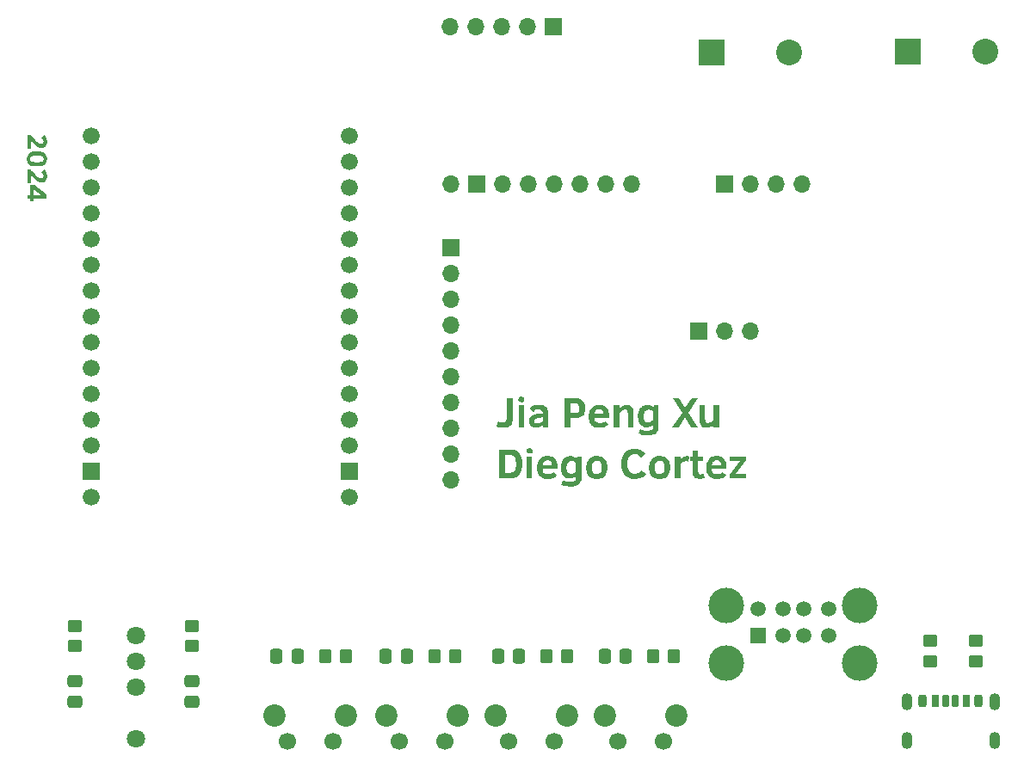
<source format=gts>
G04 #@! TF.GenerationSoftware,KiCad,Pcbnew,8.0.5*
G04 #@! TF.CreationDate,2024-10-13T23:25:24-04:00*
G04 #@! TF.ProjectId,table-2,7461626c-652d-4322-9e6b-696361645f70,1.2*
G04 #@! TF.SameCoordinates,Original*
G04 #@! TF.FileFunction,Soldermask,Top*
G04 #@! TF.FilePolarity,Negative*
%FSLAX46Y46*%
G04 Gerber Fmt 4.6, Leading zero omitted, Abs format (unit mm)*
G04 Created by KiCad (PCBNEW 8.0.5) date 2024-10-13 23:25:24*
%MOMM*%
%LPD*%
G01*
G04 APERTURE LIST*
G04 Aperture macros list*
%AMRoundRect*
0 Rectangle with rounded corners*
0 $1 Rounding radius*
0 $2 $3 $4 $5 $6 $7 $8 $9 X,Y pos of 4 corners*
0 Add a 4 corners polygon primitive as box body*
4,1,4,$2,$3,$4,$5,$6,$7,$8,$9,$2,$3,0*
0 Add four circle primitives for the rounded corners*
1,1,$1+$1,$2,$3*
1,1,$1+$1,$4,$5*
1,1,$1+$1,$6,$7*
1,1,$1+$1,$8,$9*
0 Add four rect primitives between the rounded corners*
20,1,$1+$1,$2,$3,$4,$5,0*
20,1,$1+$1,$4,$5,$6,$7,0*
20,1,$1+$1,$6,$7,$8,$9,0*
20,1,$1+$1,$8,$9,$2,$3,0*%
%AMOutline4P*
0 Free polygon, 4 corners , with rotation*
0 The origin of the aperture is its center*
0 number of corners: always 4*
0 $1 to $8 corner X, Y*
0 $9 Rotation angle, in degrees counterclockwise*
0 create outline with 4 corners*
4,1,4,$1,$2,$3,$4,$5,$6,$7,$8,$1,$2,$9*%
G04 Aperture macros list end*
%ADD10C,0.500000*%
%ADD11C,0.600000*%
%ADD12C,1.800000*%
%ADD13R,1.500000X1.500000*%
%ADD14C,1.500000*%
%ADD15C,3.500000*%
%ADD16RoundRect,0.250000X-0.450000X0.350000X-0.450000X-0.350000X0.450000X-0.350000X0.450000X0.350000X0*%
%ADD17C,2.200000*%
%ADD18C,1.700000*%
%ADD19RoundRect,0.175000X-0.175000X-0.425000X0.175000X-0.425000X0.175000X0.425000X-0.175000X0.425000X0*%
%ADD20RoundRect,0.190000X0.190000X0.410000X-0.190000X0.410000X-0.190000X-0.410000X0.190000X-0.410000X0*%
%ADD21RoundRect,0.200000X0.200000X0.400000X-0.200000X0.400000X-0.200000X-0.400000X0.200000X-0.400000X0*%
%ADD22RoundRect,0.175000X0.175000X0.425000X-0.175000X0.425000X-0.175000X-0.425000X0.175000X-0.425000X0*%
%ADD23RoundRect,0.190000X-0.190000X-0.410000X0.190000X-0.410000X0.190000X0.410000X-0.190000X0.410000X0*%
%ADD24RoundRect,0.200000X-0.200000X-0.400000X0.200000X-0.400000X0.200000X0.400000X-0.200000X0.400000X0*%
%ADD25O,1.100000X1.700000*%
%ADD26RoundRect,0.250000X0.450000X-0.350000X0.450000X0.350000X-0.450000X0.350000X-0.450000X-0.350000X0*%
%ADD27RoundRect,0.250000X0.350000X0.450000X-0.350000X0.450000X-0.350000X-0.450000X0.350000X-0.450000X0*%
%ADD28C,1.676400*%
%ADD29Outline4P,-0.838200X-0.838200X0.838200X-0.838200X0.838200X0.838200X-0.838200X0.838200X0.000000*%
%ADD30R,1.676400X1.676400*%
%ADD31RoundRect,0.250000X0.337500X0.475000X-0.337500X0.475000X-0.337500X-0.475000X0.337500X-0.475000X0*%
%ADD32RoundRect,0.250000X-0.475000X0.337500X-0.475000X-0.337500X0.475000X-0.337500X0.475000X0.337500X0*%
%ADD33R,1.700000X1.700000*%
%ADD34O,1.700000X1.700000*%
%ADD35R,2.540000X2.540000*%
%ADD36C,2.540000*%
G04 APERTURE END LIST*
D10*
G36*
X82840000Y-58145568D02*
G01*
X83164354Y-58145568D01*
X83234129Y-58228223D01*
X83302771Y-58308028D01*
X83370279Y-58384982D01*
X83436654Y-58459084D01*
X83512659Y-58541935D01*
X83523391Y-58553454D01*
X83595599Y-58630003D01*
X83671253Y-58707642D01*
X83747606Y-58782431D01*
X83807690Y-58837752D01*
X83884391Y-58901624D01*
X83965300Y-58959189D01*
X84024089Y-58994068D01*
X84116666Y-59032135D01*
X84213171Y-59048885D01*
X84241465Y-59049755D01*
X84338513Y-59023423D01*
X84382637Y-58982344D01*
X84424901Y-58890433D01*
X84434905Y-58796720D01*
X84424246Y-58694044D01*
X84385961Y-58598454D01*
X84379218Y-58588136D01*
X84314122Y-58509700D01*
X84246838Y-58453314D01*
X84466657Y-58140195D01*
X84544845Y-58201256D01*
X84618283Y-58276372D01*
X84676341Y-58358288D01*
X84706503Y-58416678D01*
X84741215Y-58513063D01*
X84762533Y-58609249D01*
X84774875Y-58715327D01*
X84778311Y-58816259D01*
X84773485Y-58921990D01*
X84759008Y-59018996D01*
X84729920Y-59121144D01*
X84687695Y-59211417D01*
X84641046Y-59279344D01*
X84565697Y-59353715D01*
X84476427Y-59406838D01*
X84373234Y-59438712D01*
X84271520Y-59449171D01*
X84256120Y-59449337D01*
X84156909Y-59444043D01*
X84055014Y-59425744D01*
X83961897Y-59394374D01*
X83935673Y-59382414D01*
X83841949Y-59330045D01*
X83758448Y-59270816D01*
X83676570Y-59200520D01*
X83668471Y-59192882D01*
X83593531Y-59119083D01*
X83523349Y-59045376D01*
X83449809Y-58964035D01*
X83382707Y-58886601D01*
X83312335Y-58803803D01*
X83246265Y-58725034D01*
X83194640Y-58660921D01*
X83194640Y-59511374D01*
X82840000Y-59511374D01*
X82840000Y-58145568D01*
G37*
G36*
X83914416Y-59785293D02*
G01*
X84028455Y-59793719D01*
X84134174Y-59807763D01*
X84231573Y-59827424D01*
X84341623Y-59859901D01*
X84438674Y-59901155D01*
X84522725Y-59951187D01*
X84537976Y-59962247D01*
X84619652Y-60036882D01*
X84684430Y-60125599D01*
X84732309Y-60228399D01*
X84759300Y-60324822D01*
X84774556Y-60431025D01*
X84778311Y-60523028D01*
X84772479Y-60637887D01*
X84754984Y-60742799D01*
X84725825Y-60837765D01*
X84675438Y-60938595D01*
X84608256Y-61025103D01*
X84539441Y-61086252D01*
X84440637Y-61147509D01*
X84343923Y-61188876D01*
X84234138Y-61221441D01*
X84136898Y-61241156D01*
X84031294Y-61255238D01*
X83917324Y-61263687D01*
X83794989Y-61266503D01*
X83671959Y-61263687D01*
X83557371Y-61255238D01*
X83451225Y-61241156D01*
X83353520Y-61221441D01*
X83243260Y-61188876D01*
X83146190Y-61147509D01*
X83062311Y-61097342D01*
X83047117Y-61086252D01*
X82966105Y-61011680D01*
X82901854Y-60922785D01*
X82854364Y-60819568D01*
X82827593Y-60722612D01*
X82812461Y-60615711D01*
X82808736Y-60523028D01*
X83141395Y-60523028D01*
X83156851Y-60624646D01*
X83209556Y-60715159D01*
X83289927Y-60778109D01*
X83299665Y-60783391D01*
X83402833Y-60823534D01*
X83502630Y-60845673D01*
X83601789Y-60858324D01*
X83713519Y-60865136D01*
X83794989Y-60866434D01*
X83895918Y-60864406D01*
X84005415Y-60856621D01*
X84102238Y-60842997D01*
X84199180Y-60819722D01*
X84288848Y-60783391D01*
X84371538Y-60722283D01*
X84427123Y-60633796D01*
X84445499Y-60534019D01*
X84445652Y-60523028D01*
X84430196Y-60421763D01*
X84377491Y-60331749D01*
X84297120Y-60269352D01*
X84287383Y-60264131D01*
X84184214Y-60224696D01*
X84084417Y-60202948D01*
X83985258Y-60190520D01*
X83873528Y-60183828D01*
X83792058Y-60182554D01*
X83691129Y-60184545D01*
X83581632Y-60192193D01*
X83484809Y-60205577D01*
X83387867Y-60228441D01*
X83298199Y-60264131D01*
X83215510Y-60324676D01*
X83159924Y-60412654D01*
X83141548Y-60512069D01*
X83141395Y-60523028D01*
X82808736Y-60523028D01*
X82814556Y-60409002D01*
X82832016Y-60304755D01*
X82861115Y-60210288D01*
X82911399Y-60109835D01*
X82978443Y-60023465D01*
X83047117Y-59962247D01*
X83146087Y-59901155D01*
X83242914Y-59859901D01*
X83352787Y-59827424D01*
X83450080Y-59807763D01*
X83555723Y-59793719D01*
X83669715Y-59785293D01*
X83792058Y-59782484D01*
X83914416Y-59785293D01*
G37*
G36*
X82840000Y-61539567D02*
G01*
X83164354Y-61539567D01*
X83234129Y-61622222D01*
X83302771Y-61702026D01*
X83370279Y-61778980D01*
X83436654Y-61853083D01*
X83512659Y-61935933D01*
X83523391Y-61947452D01*
X83595599Y-62024002D01*
X83671253Y-62101640D01*
X83747606Y-62176430D01*
X83807690Y-62231751D01*
X83884391Y-62295622D01*
X83965300Y-62353187D01*
X84024089Y-62388066D01*
X84116666Y-62426134D01*
X84213171Y-62442884D01*
X84241465Y-62443754D01*
X84338513Y-62417421D01*
X84382637Y-62376343D01*
X84424901Y-62284431D01*
X84434905Y-62190718D01*
X84424246Y-62088043D01*
X84385961Y-61992452D01*
X84379218Y-61982135D01*
X84314122Y-61903699D01*
X84246838Y-61847313D01*
X84466657Y-61534193D01*
X84544845Y-61595254D01*
X84618283Y-61670370D01*
X84676341Y-61752287D01*
X84706503Y-61810676D01*
X84741215Y-61907062D01*
X84762533Y-62003248D01*
X84774875Y-62109325D01*
X84778311Y-62210258D01*
X84773485Y-62315988D01*
X84759008Y-62412995D01*
X84729920Y-62515142D01*
X84687695Y-62605416D01*
X84641046Y-62673342D01*
X84565697Y-62747714D01*
X84476427Y-62800837D01*
X84373234Y-62832711D01*
X84271520Y-62843169D01*
X84256120Y-62843335D01*
X84156909Y-62838041D01*
X84055014Y-62819742D01*
X83961897Y-62788372D01*
X83935673Y-62776413D01*
X83841949Y-62724044D01*
X83758448Y-62664815D01*
X83676570Y-62594518D01*
X83668471Y-62586880D01*
X83593531Y-62513082D01*
X83523349Y-62439374D01*
X83449809Y-62358034D01*
X83382707Y-62280600D01*
X83312335Y-62197801D01*
X83246265Y-62119033D01*
X83194640Y-62054919D01*
X83194640Y-62905373D01*
X82840000Y-62905373D01*
X82840000Y-61539567D01*
G37*
G36*
X84747048Y-64054291D02*
G01*
X84747048Y-64451430D01*
X83496524Y-64451430D01*
X83496524Y-64684926D01*
X83163866Y-64684926D01*
X83163866Y-64451430D01*
X82840000Y-64451430D01*
X82840000Y-64080669D01*
X83163866Y-64080669D01*
X83496524Y-64080669D01*
X84238534Y-64080669D01*
X83496524Y-63503768D01*
X83496524Y-64080669D01*
X83163866Y-64080669D01*
X83163866Y-63125680D01*
X83520949Y-63125680D01*
X84747048Y-64054291D01*
G37*
D11*
G36*
X130587090Y-86158653D02*
G01*
X130579078Y-86318373D01*
X130549481Y-86481988D01*
X130498074Y-86621130D01*
X130412620Y-86750182D01*
X130359211Y-86802721D01*
X130229106Y-86887672D01*
X130088742Y-86942093D01*
X129923624Y-86977932D01*
X129762392Y-86993860D01*
X129644801Y-86996894D01*
X129491185Y-86987853D01*
X129352442Y-86971249D01*
X129200512Y-86945864D01*
X129056760Y-86909639D01*
X129041032Y-86904570D01*
X129218353Y-86387264D01*
X129361784Y-86433288D01*
X129429378Y-86449546D01*
X129580058Y-86476465D01*
X129657257Y-86481786D01*
X129808888Y-86467320D01*
X129877808Y-86440753D01*
X129966766Y-86321822D01*
X129974528Y-86297138D01*
X129999000Y-86143291D01*
X130003838Y-86001116D01*
X130003838Y-84089427D01*
X130587090Y-84089427D01*
X130587090Y-86158653D01*
G37*
G36*
X131755059Y-84219120D02*
G01*
X131728711Y-84365721D01*
X131680321Y-84429413D01*
X131541506Y-84482968D01*
X131453907Y-84488764D01*
X131304674Y-84469119D01*
X131223831Y-84419155D01*
X131166815Y-84280257D01*
X131163014Y-84219120D01*
X131188774Y-84070456D01*
X131228960Y-84011758D01*
X131371830Y-83953728D01*
X131453907Y-83948743D01*
X131606278Y-83967986D01*
X131684717Y-84009560D01*
X131749495Y-84142407D01*
X131755059Y-84219120D01*
G37*
G36*
X131192323Y-86950000D02*
G01*
X131192323Y-84792847D01*
X131723551Y-84792847D01*
X131723551Y-86950000D01*
X131192323Y-86950000D01*
G37*
G36*
X133280554Y-84750227D02*
G01*
X133443494Y-84766645D01*
X133608587Y-84801362D01*
X133746752Y-84852838D01*
X133857990Y-84921074D01*
X133966021Y-85036846D01*
X134032367Y-85169436D01*
X134070778Y-85329960D01*
X134081472Y-85493335D01*
X134081472Y-86950000D01*
X133593475Y-86950000D01*
X133593475Y-86715526D01*
X133473699Y-86811147D01*
X133329859Y-86897701D01*
X133181601Y-86957327D01*
X133028925Y-86990025D01*
X132917166Y-86996894D01*
X132768753Y-86988164D01*
X132619574Y-86956805D01*
X132477804Y-86894266D01*
X132374947Y-86814445D01*
X132278347Y-86690396D01*
X132217525Y-86546312D01*
X132193375Y-86399506D01*
X132191765Y-86346964D01*
X132192691Y-86335973D01*
X132739846Y-86335973D01*
X132775189Y-86478576D01*
X132821912Y-86523551D01*
X132968567Y-86570111D01*
X133040997Y-86574110D01*
X133186245Y-86549812D01*
X133276936Y-86517690D01*
X133414872Y-86449729D01*
X133541858Y-86365054D01*
X133550244Y-86358688D01*
X133550244Y-85975471D01*
X133279867Y-86000383D01*
X133131348Y-86017565D01*
X132984142Y-86050529D01*
X132866608Y-86101500D01*
X132764109Y-86214277D01*
X132739846Y-86335973D01*
X132192691Y-86335973D01*
X132204954Y-86190378D01*
X132249009Y-86045626D01*
X132285554Y-85978401D01*
X132385011Y-85862876D01*
X132508507Y-85777203D01*
X132563991Y-85749790D01*
X132709984Y-85698667D01*
X132857769Y-85665469D01*
X133010543Y-85642480D01*
X133094487Y-85633286D01*
X133550244Y-85590055D01*
X133550244Y-85491137D01*
X133526255Y-85343103D01*
X133441067Y-85237613D01*
X133296529Y-85183870D01*
X133147489Y-85169005D01*
X133121598Y-85168736D01*
X132970107Y-85182099D01*
X132824110Y-85229553D01*
X132698922Y-85319501D01*
X132639462Y-85402477D01*
X132224738Y-85136496D01*
X132314429Y-85017005D01*
X132433385Y-84918467D01*
X132566922Y-84847069D01*
X132705640Y-84798189D01*
X132859659Y-84765306D01*
X133009410Y-84749507D01*
X133129658Y-84745952D01*
X133280554Y-84750227D01*
G37*
G36*
X136917346Y-84097336D02*
G01*
X137075710Y-84121061D01*
X137218566Y-84160602D01*
X137365632Y-84226724D01*
X137491591Y-84314375D01*
X137594373Y-84425793D01*
X137671910Y-84563858D01*
X137718278Y-84703408D01*
X137746099Y-84862536D01*
X137755115Y-85010098D01*
X137755373Y-85041242D01*
X137749452Y-85195068D01*
X137726714Y-85362611D01*
X137686924Y-85511555D01*
X137618948Y-85661817D01*
X137527761Y-85786764D01*
X137512840Y-85802547D01*
X137392606Y-85899048D01*
X137243482Y-85971847D01*
X137092666Y-86015381D01*
X136920623Y-86041502D01*
X136761040Y-86049967D01*
X136727355Y-86050209D01*
X136253279Y-86050209D01*
X136253279Y-86950000D01*
X135672226Y-86950000D01*
X135672226Y-85543161D01*
X136253279Y-85543161D01*
X136489951Y-85543161D01*
X136637366Y-85540413D01*
X136786989Y-85529250D01*
X136931786Y-85499197D01*
X137057323Y-85420772D01*
X137105443Y-85351186D01*
X137146324Y-85203066D01*
X137156001Y-85044905D01*
X137140243Y-84896771D01*
X137080988Y-84761889D01*
X137022644Y-84700523D01*
X136879697Y-84631733D01*
X136721846Y-84602681D01*
X136565580Y-84594381D01*
X136544173Y-84594277D01*
X136253279Y-84594277D01*
X136253279Y-85543161D01*
X135672226Y-85543161D01*
X135672226Y-84089427D01*
X136743475Y-84089427D01*
X136917346Y-84097336D01*
G37*
G36*
X139297549Y-84754942D02*
G01*
X139447472Y-84781913D01*
X139602848Y-84836104D01*
X139737186Y-84914769D01*
X139835589Y-85001674D01*
X139930092Y-85124738D01*
X140001383Y-85270171D01*
X140044016Y-85412632D01*
X140069596Y-85571528D01*
X140078122Y-85746859D01*
X140078122Y-86004047D01*
X138641974Y-86004047D01*
X138658970Y-86149797D01*
X138703512Y-86293933D01*
X138781926Y-86408513D01*
X138908026Y-86487740D01*
X139051753Y-86523231D01*
X139177599Y-86530879D01*
X139324694Y-86521170D01*
X139452372Y-86492044D01*
X139582740Y-86419485D01*
X139659734Y-86340369D01*
X140055408Y-86622470D01*
X139957066Y-86740678D01*
X139840369Y-86836375D01*
X139718353Y-86903838D01*
X139574326Y-86952910D01*
X139419251Y-86981536D01*
X139261164Y-86994622D01*
X139152686Y-86996894D01*
X138992591Y-86990168D01*
X138845699Y-86969989D01*
X138686854Y-86928018D01*
X138547020Y-86866675D01*
X138407908Y-86770624D01*
X138356210Y-86721388D01*
X138253999Y-86587070D01*
X138186370Y-86450508D01*
X138137186Y-86294162D01*
X138110288Y-86148761D01*
X138096199Y-85989621D01*
X138093893Y-85887543D01*
X138103019Y-85683528D01*
X138109951Y-85636950D01*
X138656629Y-85636950D01*
X139550558Y-85636950D01*
X139535411Y-85477831D01*
X139479452Y-85333800D01*
X139365009Y-85224062D01*
X139220693Y-85176052D01*
X139119713Y-85168736D01*
X138969605Y-85185010D01*
X138887438Y-85214898D01*
X138771347Y-85309283D01*
X138741625Y-85351919D01*
X138685503Y-85496235D01*
X138656629Y-85636950D01*
X138109951Y-85636950D01*
X138130395Y-85499581D01*
X138176023Y-85335700D01*
X138239901Y-85191886D01*
X138322030Y-85068139D01*
X138459926Y-84934359D01*
X138630269Y-84836254D01*
X138779318Y-84786086D01*
X138946618Y-84755986D01*
X139132170Y-84745952D01*
X139297549Y-84754942D01*
G37*
G36*
X141937787Y-86950000D02*
G01*
X141937787Y-85771772D01*
X141933986Y-85618586D01*
X141918545Y-85466130D01*
X141876971Y-85325540D01*
X141758589Y-85229198D01*
X141646894Y-85213433D01*
X141489458Y-85243987D01*
X141349804Y-85312428D01*
X141217615Y-85404397D01*
X141096886Y-85507059D01*
X141076099Y-85526308D01*
X141076099Y-86950000D01*
X140544870Y-86950000D01*
X140544870Y-84792847D01*
X141076099Y-84792847D01*
X141076099Y-85087404D01*
X141195063Y-84981238D01*
X141319221Y-84894467D01*
X141436601Y-84832414D01*
X141579346Y-84779726D01*
X141731195Y-84750089D01*
X141811758Y-84745952D01*
X141967142Y-84757218D01*
X142116660Y-84796824D01*
X142251384Y-84874275D01*
X142306350Y-84926203D01*
X142392517Y-85061372D01*
X142438473Y-85202582D01*
X142461929Y-85350259D01*
X142469748Y-85520446D01*
X142469748Y-86950000D01*
X141937787Y-86950000D01*
G37*
G36*
X143992767Y-84758995D02*
G01*
X144142373Y-84798125D01*
X144185066Y-84814096D01*
X144323932Y-84882197D01*
X144449373Y-84975394D01*
X144471563Y-84996545D01*
X144541172Y-84792847D01*
X144947103Y-84792847D01*
X144947103Y-86897976D01*
X144937753Y-87051514D01*
X144903206Y-87211042D01*
X144843205Y-87349462D01*
X144743462Y-87481812D01*
X144681123Y-87537648D01*
X144549399Y-87619303D01*
X144412047Y-87673330D01*
X144252129Y-87712623D01*
X144101626Y-87734111D01*
X143935453Y-87745366D01*
X143828227Y-87747208D01*
X143679842Y-87742933D01*
X143509620Y-87726515D01*
X143347951Y-87697784D01*
X143194833Y-87656740D01*
X143050268Y-87603382D01*
X142981193Y-87572086D01*
X143137997Y-87137578D01*
X143285979Y-87194394D01*
X143435645Y-87237255D01*
X143586993Y-87266161D01*
X143740025Y-87281113D01*
X143828227Y-87283391D01*
X143980543Y-87277621D01*
X144135647Y-87254179D01*
X144278659Y-87196747D01*
X144286915Y-87191067D01*
X144379479Y-87077348D01*
X144413860Y-86933731D01*
X144415875Y-86881123D01*
X144415875Y-86708932D01*
X144295246Y-86802863D01*
X144164169Y-86873724D01*
X144022643Y-86921514D01*
X143870668Y-86946233D01*
X143779134Y-86950000D01*
X143614091Y-86936536D01*
X143465177Y-86896144D01*
X143332392Y-86828825D01*
X143215735Y-86734577D01*
X143156315Y-86668632D01*
X143068093Y-86533397D01*
X143009721Y-86398672D01*
X142967269Y-86246585D01*
X142940736Y-86077136D01*
X142930786Y-85922665D01*
X142929902Y-85857501D01*
X142930265Y-85848709D01*
X143477983Y-85848709D01*
X143485402Y-86000704D01*
X143511484Y-86146190D01*
X143568864Y-86287327D01*
X143596685Y-86328646D01*
X143704739Y-86428272D01*
X143847072Y-86478762D01*
X143904431Y-86482519D01*
X144051533Y-86465710D01*
X144196085Y-86415285D01*
X144338087Y-86331243D01*
X144415875Y-86270027D01*
X144415875Y-85392219D01*
X144289922Y-85305794D01*
X144142632Y-85242939D01*
X143987614Y-85215004D01*
X143939602Y-85213433D01*
X143792227Y-85242335D01*
X143664442Y-85329041D01*
X143612072Y-85388555D01*
X143535730Y-85521608D01*
X143493827Y-85665406D01*
X143478507Y-85813423D01*
X143477983Y-85848709D01*
X142930265Y-85848709D01*
X142936542Y-85696851D01*
X142956463Y-85546092D01*
X142994749Y-85388312D01*
X143036147Y-85274249D01*
X143103677Y-85141154D01*
X143196928Y-85014615D01*
X143309356Y-84910545D01*
X143346824Y-84883705D01*
X143483424Y-84811062D01*
X143636767Y-84765324D01*
X143789093Y-84747163D01*
X143842882Y-84745952D01*
X143992767Y-84758995D01*
G37*
G36*
X146302651Y-86950000D02*
G01*
X147256664Y-85515317D01*
X146326831Y-84089427D01*
X146988485Y-84089427D01*
X147579797Y-85053698D01*
X148192358Y-84089427D01*
X148832763Y-84089427D01*
X147897069Y-85502861D01*
X148829099Y-86950000D01*
X148175505Y-86950000D01*
X147563677Y-85962281D01*
X146943056Y-86950000D01*
X146302651Y-86950000D01*
G37*
G36*
X150386147Y-86950000D02*
G01*
X150386147Y-86654710D01*
X150272220Y-86759742D01*
X150140363Y-86849524D01*
X150042498Y-86900907D01*
X149904777Y-86955556D01*
X149758684Y-86989301D01*
X149651953Y-86996894D01*
X149502188Y-86987287D01*
X149356787Y-86952780D01*
X149226055Y-86883962D01*
X149139043Y-86796127D01*
X149061764Y-86653588D01*
X149016684Y-86496916D01*
X148996076Y-86335074D01*
X148992498Y-86223133D01*
X148992498Y-84792847D01*
X149524459Y-84792847D01*
X149524459Y-85969609D01*
X149528168Y-86124031D01*
X149543238Y-86275328D01*
X149550837Y-86315457D01*
X149610463Y-86454080D01*
X149638764Y-86481786D01*
X149782080Y-86526106D01*
X149817550Y-86527215D01*
X149974772Y-86496804D01*
X150113945Y-86428683D01*
X150245488Y-86337146D01*
X150365495Y-86234964D01*
X150386147Y-86215806D01*
X150386147Y-84792847D01*
X150917376Y-84792847D01*
X150917376Y-86950000D01*
X150386147Y-86950000D01*
G37*
G36*
X130296492Y-89133023D02*
G01*
X130466370Y-89146830D01*
X130621669Y-89170993D01*
X130784422Y-89212271D01*
X130927331Y-89267645D01*
X130946127Y-89276706D01*
X131085482Y-89360283D01*
X131205329Y-89464467D01*
X131305667Y-89589260D01*
X131386496Y-89734661D01*
X131441885Y-89880329D01*
X131483669Y-90045493D01*
X131508656Y-90202577D01*
X131523648Y-90373984D01*
X131528507Y-90527764D01*
X131528646Y-90559713D01*
X131525175Y-90716205D01*
X131514764Y-90862823D01*
X131493108Y-91025729D01*
X131461458Y-91174415D01*
X131411900Y-91329911D01*
X131386496Y-91390628D01*
X131317399Y-91519947D01*
X131221514Y-91647648D01*
X131107587Y-91753916D01*
X130975615Y-91838753D01*
X130957850Y-91847850D01*
X130821358Y-91903238D01*
X130662566Y-91945023D01*
X130508710Y-91970010D01*
X130338471Y-91985002D01*
X130184090Y-91989861D01*
X130151849Y-91990000D01*
X129282100Y-91990000D01*
X129282100Y-91458039D01*
X129865352Y-91458039D01*
X130088101Y-91458039D01*
X130249622Y-91453047D01*
X130405824Y-91435498D01*
X130560059Y-91396890D01*
X130606140Y-91378171D01*
X130731265Y-91295744D01*
X130823254Y-91178248D01*
X130854535Y-91112191D01*
X130897087Y-90962419D01*
X130918764Y-90807421D01*
X130928106Y-90645122D01*
X130929274Y-90555317D01*
X130925768Y-90400763D01*
X130913174Y-90246798D01*
X130884552Y-90088346D01*
X130856001Y-89999909D01*
X130779658Y-89869789D01*
X130659845Y-89767528D01*
X130607606Y-89740523D01*
X130467209Y-89695469D01*
X130304864Y-89670739D01*
X130151185Y-89662084D01*
X130088101Y-89661388D01*
X129865352Y-89661388D01*
X129865352Y-91458039D01*
X129282100Y-91458039D01*
X129282100Y-89129427D01*
X130143789Y-89129427D01*
X130296492Y-89133023D01*
G37*
G36*
X132552267Y-89259120D02*
G01*
X132525919Y-89405721D01*
X132477529Y-89469413D01*
X132338714Y-89522968D01*
X132251116Y-89528764D01*
X132101883Y-89509119D01*
X132021039Y-89459155D01*
X131964024Y-89320257D01*
X131960223Y-89259120D01*
X131985983Y-89110456D01*
X132026168Y-89051758D01*
X132169038Y-88993728D01*
X132251116Y-88988743D01*
X132403486Y-89007986D01*
X132481926Y-89049560D01*
X132546703Y-89182407D01*
X132552267Y-89259120D01*
G37*
G36*
X131989532Y-91990000D02*
G01*
X131989532Y-89832847D01*
X132520760Y-89832847D01*
X132520760Y-91990000D01*
X131989532Y-91990000D01*
G37*
G36*
X134209482Y-89794942D02*
G01*
X134359405Y-89821913D01*
X134514781Y-89876104D01*
X134649119Y-89954769D01*
X134747522Y-90041674D01*
X134842025Y-90164738D01*
X134913316Y-90310171D01*
X134955949Y-90452632D01*
X134981529Y-90611528D01*
X134990055Y-90786859D01*
X134990055Y-91044047D01*
X133553907Y-91044047D01*
X133570903Y-91189797D01*
X133615445Y-91333933D01*
X133693859Y-91448513D01*
X133819959Y-91527740D01*
X133963686Y-91563231D01*
X134089532Y-91570879D01*
X134236627Y-91561170D01*
X134364305Y-91532044D01*
X134494673Y-91459485D01*
X134571667Y-91380369D01*
X134967341Y-91662470D01*
X134868999Y-91780678D01*
X134752302Y-91876375D01*
X134630286Y-91943838D01*
X134486259Y-91992910D01*
X134331184Y-92021536D01*
X134173097Y-92034622D01*
X134064619Y-92036894D01*
X133904524Y-92030168D01*
X133757632Y-92009989D01*
X133598787Y-91968018D01*
X133458953Y-91906675D01*
X133319841Y-91810624D01*
X133268143Y-91761388D01*
X133165932Y-91627070D01*
X133098303Y-91490508D01*
X133049119Y-91334162D01*
X133022221Y-91188761D01*
X133008132Y-91029621D01*
X133005826Y-90927543D01*
X133014952Y-90723528D01*
X133021884Y-90676950D01*
X133568562Y-90676950D01*
X134462491Y-90676950D01*
X134447344Y-90517831D01*
X134391385Y-90373800D01*
X134276942Y-90264062D01*
X134132626Y-90216052D01*
X134031646Y-90208736D01*
X133881538Y-90225010D01*
X133799371Y-90254898D01*
X133683280Y-90349283D01*
X133653558Y-90391919D01*
X133597436Y-90536235D01*
X133568562Y-90676950D01*
X133021884Y-90676950D01*
X133042328Y-90539581D01*
X133087956Y-90375700D01*
X133151834Y-90231886D01*
X133233963Y-90108139D01*
X133371859Y-89974359D01*
X133542202Y-89876254D01*
X133691251Y-89826086D01*
X133858551Y-89795986D01*
X134044103Y-89785952D01*
X134209482Y-89794942D01*
G37*
G36*
X136410493Y-89798995D02*
G01*
X136560098Y-89838125D01*
X136602791Y-89854096D01*
X136741657Y-89922197D01*
X136867098Y-90015394D01*
X136889288Y-90036545D01*
X136958897Y-89832847D01*
X137364829Y-89832847D01*
X137364829Y-91937976D01*
X137355478Y-92091514D01*
X137320931Y-92251042D01*
X137260930Y-92389462D01*
X137161187Y-92521812D01*
X137098848Y-92577648D01*
X136967124Y-92659303D01*
X136829772Y-92713330D01*
X136669854Y-92752623D01*
X136519351Y-92774111D01*
X136353178Y-92785366D01*
X136245952Y-92787208D01*
X136097567Y-92782933D01*
X135927345Y-92766515D01*
X135765676Y-92737784D01*
X135612558Y-92696740D01*
X135467993Y-92643382D01*
X135398918Y-92612086D01*
X135555722Y-92177578D01*
X135703704Y-92234394D01*
X135853370Y-92277255D01*
X136004718Y-92306161D01*
X136157750Y-92321113D01*
X136245952Y-92323391D01*
X136398268Y-92317621D01*
X136553372Y-92294179D01*
X136696384Y-92236747D01*
X136704640Y-92231067D01*
X136797204Y-92117348D01*
X136831585Y-91973731D01*
X136833600Y-91921123D01*
X136833600Y-91748932D01*
X136712971Y-91842863D01*
X136581894Y-91913724D01*
X136440368Y-91961514D01*
X136288393Y-91986233D01*
X136196859Y-91990000D01*
X136031816Y-91976536D01*
X135882902Y-91936144D01*
X135750117Y-91868825D01*
X135633460Y-91774577D01*
X135574040Y-91708632D01*
X135485818Y-91573397D01*
X135427446Y-91438672D01*
X135384994Y-91286585D01*
X135358461Y-91117136D01*
X135348511Y-90962665D01*
X135347627Y-90897501D01*
X135347990Y-90888709D01*
X135895708Y-90888709D01*
X135903127Y-91040704D01*
X135929209Y-91186190D01*
X135986589Y-91327327D01*
X136014410Y-91368646D01*
X136122464Y-91468272D01*
X136264797Y-91518762D01*
X136322156Y-91522519D01*
X136469258Y-91505710D01*
X136613810Y-91455285D01*
X136755812Y-91371243D01*
X136833600Y-91310027D01*
X136833600Y-90432219D01*
X136707647Y-90345794D01*
X136560357Y-90282939D01*
X136405339Y-90255004D01*
X136357327Y-90253433D01*
X136209952Y-90282335D01*
X136082167Y-90369041D01*
X136029797Y-90428555D01*
X135953455Y-90561608D01*
X135911552Y-90705406D01*
X135896232Y-90853423D01*
X135895708Y-90888709D01*
X135347990Y-90888709D01*
X135354267Y-90736851D01*
X135374188Y-90586092D01*
X135412474Y-90428312D01*
X135453872Y-90314249D01*
X135521402Y-90181154D01*
X135614653Y-90054615D01*
X135727081Y-89950545D01*
X135764549Y-89923705D01*
X135901149Y-89851062D01*
X136054492Y-89805324D01*
X136206818Y-89787163D01*
X136260607Y-89785952D01*
X136410493Y-89798995D01*
G37*
G36*
X139040499Y-89793161D02*
G01*
X139186898Y-89814789D01*
X139344112Y-89859774D01*
X139481180Y-89925523D01*
X139615634Y-90028470D01*
X139664863Y-90081242D01*
X139762221Y-90221856D01*
X139826638Y-90361080D01*
X139873487Y-90517564D01*
X139902768Y-90691306D01*
X139913748Y-90849276D01*
X139914724Y-90915819D01*
X139908624Y-91076068D01*
X139890323Y-91224796D01*
X139852259Y-91388063D01*
X139796626Y-91534740D01*
X139723424Y-91664828D01*
X139664863Y-91742337D01*
X139542161Y-91857111D01*
X139415164Y-91933051D01*
X139268023Y-91988281D01*
X139100738Y-92022799D01*
X138945945Y-92035744D01*
X138880111Y-92036894D01*
X138694560Y-92027041D01*
X138527259Y-91997481D01*
X138378210Y-91948215D01*
X138247412Y-91879243D01*
X138101404Y-91756625D01*
X137987842Y-91598974D01*
X137923964Y-91457745D01*
X137878337Y-91296810D01*
X137850960Y-91116168D01*
X137841835Y-90915819D01*
X137841862Y-90915087D01*
X138389916Y-90915087D01*
X138397060Y-91072532D01*
X138422176Y-91223163D01*
X138477431Y-91369172D01*
X138504221Y-91411877D01*
X138621401Y-91514824D01*
X138772716Y-91563270D01*
X138880111Y-91570879D01*
X139027143Y-91555494D01*
X139166179Y-91496418D01*
X139250872Y-91413342D01*
X139320080Y-91269430D01*
X139353354Y-91110147D01*
X139364001Y-90956961D01*
X139364445Y-90915087D01*
X139357484Y-90753520D01*
X139333012Y-90599784D01*
X139279173Y-90452185D01*
X139253070Y-90409504D01*
X139137788Y-90306082D01*
X138987366Y-90257413D01*
X138880111Y-90249769D01*
X138732020Y-90265726D01*
X138591336Y-90327001D01*
X138504954Y-90413168D01*
X138439459Y-90546197D01*
X138403509Y-90703047D01*
X138390927Y-90853153D01*
X138389916Y-90915087D01*
X137841862Y-90915087D01*
X137847917Y-90753056D01*
X137866164Y-90602277D01*
X137904117Y-90437165D01*
X137959587Y-90289311D01*
X138032573Y-90158716D01*
X138090963Y-90081242D01*
X138214126Y-89966183D01*
X138341741Y-89890053D01*
X138489706Y-89834686D01*
X138658022Y-89800082D01*
X138813831Y-89787106D01*
X138880111Y-89785952D01*
X139040499Y-89793161D01*
G37*
G36*
X143728576Y-91530579D02*
G01*
X143631718Y-91652395D01*
X143524328Y-91756992D01*
X143406404Y-91844370D01*
X143277948Y-91914528D01*
X143136943Y-91968063D01*
X142980643Y-92006303D01*
X142831333Y-92027215D01*
X142670313Y-92036416D01*
X142622156Y-92036894D01*
X142461645Y-92031124D01*
X142311490Y-92013813D01*
X142105675Y-91966209D01*
X141923159Y-91892638D01*
X141763943Y-91793102D01*
X141628026Y-91667599D01*
X141515410Y-91516130D01*
X141426094Y-91338695D01*
X141360077Y-91135295D01*
X141329011Y-90985268D01*
X141308300Y-90823702D01*
X141297944Y-90650595D01*
X141296650Y-90559713D01*
X141301893Y-90376852D01*
X141317624Y-90206355D01*
X141343842Y-90048223D01*
X141380547Y-89902456D01*
X141441176Y-89737635D01*
X141518192Y-89592134D01*
X141611593Y-89465953D01*
X141632240Y-89443035D01*
X141744567Y-89339179D01*
X141871349Y-89252926D01*
X142012586Y-89184276D01*
X142168276Y-89133228D01*
X142338421Y-89099783D01*
X142484944Y-89085701D01*
X142600907Y-89082533D01*
X142752367Y-89087324D01*
X142915331Y-89105025D01*
X143063499Y-89135770D01*
X143214716Y-89186878D01*
X143283077Y-89218820D01*
X143421840Y-89302147D01*
X143540548Y-89398805D01*
X143639202Y-89508794D01*
X143685345Y-89575659D01*
X143233984Y-89926636D01*
X143139096Y-89805553D01*
X143052267Y-89723670D01*
X142922185Y-89649363D01*
X142864689Y-89629148D01*
X142717399Y-89602072D01*
X142613363Y-89597641D01*
X142448637Y-89611517D01*
X142304701Y-89653145D01*
X142167626Y-89733149D01*
X142079204Y-89819658D01*
X141999062Y-89948893D01*
X141947721Y-90092477D01*
X141917667Y-90238210D01*
X141900494Y-90404860D01*
X141896022Y-90559713D01*
X141902075Y-90732709D01*
X141920236Y-90888445D01*
X141956726Y-91048324D01*
X142018607Y-91202277D01*
X142068213Y-91282916D01*
X142181299Y-91398386D01*
X142326843Y-91476065D01*
X142483464Y-91513388D01*
X142617759Y-91521786D01*
X142765192Y-91513056D01*
X142913020Y-91479534D01*
X143011967Y-91432393D01*
X143130798Y-91342173D01*
X143239812Y-91229233D01*
X143269155Y-91192791D01*
X143728576Y-91530579D01*
G37*
G36*
X145218866Y-89793161D02*
G01*
X145365265Y-89814789D01*
X145522479Y-89859774D01*
X145659547Y-89925523D01*
X145794001Y-90028470D01*
X145843230Y-90081242D01*
X145940588Y-90221856D01*
X146005005Y-90361080D01*
X146051854Y-90517564D01*
X146081135Y-90691306D01*
X146092115Y-90849276D01*
X146093091Y-90915819D01*
X146086991Y-91076068D01*
X146068690Y-91224796D01*
X146030626Y-91388063D01*
X145974993Y-91534740D01*
X145901792Y-91664828D01*
X145843230Y-91742337D01*
X145720528Y-91857111D01*
X145593531Y-91933051D01*
X145446390Y-91988281D01*
X145279105Y-92022799D01*
X145124312Y-92035744D01*
X145058478Y-92036894D01*
X144872927Y-92027041D01*
X144705626Y-91997481D01*
X144556577Y-91948215D01*
X144425779Y-91879243D01*
X144279771Y-91756625D01*
X144166209Y-91598974D01*
X144102331Y-91457745D01*
X144056704Y-91296810D01*
X144029327Y-91116168D01*
X144020202Y-90915819D01*
X144020229Y-90915087D01*
X144568283Y-90915087D01*
X144575427Y-91072532D01*
X144600543Y-91223163D01*
X144655798Y-91369172D01*
X144682588Y-91411877D01*
X144799769Y-91514824D01*
X144951083Y-91563270D01*
X145058478Y-91570879D01*
X145205511Y-91555494D01*
X145344546Y-91496418D01*
X145429239Y-91413342D01*
X145498447Y-91269430D01*
X145531721Y-91110147D01*
X145542368Y-90956961D01*
X145542812Y-90915087D01*
X145535851Y-90753520D01*
X145511379Y-90599784D01*
X145457540Y-90452185D01*
X145431437Y-90409504D01*
X145316155Y-90306082D01*
X145165734Y-90257413D01*
X145058478Y-90249769D01*
X144910387Y-90265726D01*
X144769703Y-90327001D01*
X144683321Y-90413168D01*
X144617826Y-90546197D01*
X144581876Y-90703047D01*
X144569294Y-90853153D01*
X144568283Y-90915087D01*
X144020229Y-90915087D01*
X144026284Y-90753056D01*
X144044531Y-90602277D01*
X144082484Y-90437165D01*
X144137954Y-90289311D01*
X144210940Y-90158716D01*
X144269330Y-90081242D01*
X144392493Y-89966183D01*
X144520108Y-89890053D01*
X144668073Y-89834686D01*
X144836389Y-89800082D01*
X144992198Y-89787106D01*
X145058478Y-89785952D01*
X145218866Y-89793161D01*
G37*
G36*
X147872156Y-90348688D02*
G01*
X147725879Y-90301454D01*
X147653803Y-90297397D01*
X147500105Y-90317456D01*
X147371702Y-90368471D01*
X147245757Y-90449433D01*
X147125304Y-90550853D01*
X147099127Y-90575833D01*
X147099127Y-91990000D01*
X146567899Y-91990000D01*
X146567899Y-89832847D01*
X147099127Y-89832847D01*
X147099127Y-90128869D01*
X147204228Y-90024627D01*
X147324599Y-89928209D01*
X147392219Y-89883405D01*
X147525668Y-89820308D01*
X147671211Y-89789378D01*
X147742463Y-89785952D01*
X147890954Y-89801048D01*
X147977669Y-89839441D01*
X147872156Y-90348688D01*
G37*
G36*
X149483426Y-91955561D02*
G01*
X149333229Y-92001867D01*
X149177838Y-92028951D01*
X149032065Y-92036894D01*
X148877997Y-92028900D01*
X148726562Y-92000186D01*
X148587619Y-91942922D01*
X148492044Y-91869832D01*
X148405104Y-91745168D01*
X148354389Y-91598342D01*
X148331205Y-91440291D01*
X148327180Y-91328346D01*
X148327180Y-90255631D01*
X148053140Y-90255631D01*
X148053140Y-89832847D01*
X148327180Y-89832847D01*
X148327180Y-89223217D01*
X148859141Y-89223217D01*
X148859141Y-89832847D01*
X149361793Y-89832847D01*
X149361793Y-90255631D01*
X148859141Y-90255631D01*
X148859141Y-91257271D01*
X148871203Y-91406616D01*
X148922156Y-91526915D01*
X149052369Y-91594589D01*
X149100209Y-91597990D01*
X149246205Y-91578756D01*
X149391102Y-91521053D01*
X149483426Y-91955561D01*
G37*
G36*
X150857074Y-89794942D02*
G01*
X151006997Y-89821913D01*
X151162373Y-89876104D01*
X151296711Y-89954769D01*
X151395115Y-90041674D01*
X151489617Y-90164738D01*
X151560909Y-90310171D01*
X151603542Y-90452632D01*
X151629121Y-90611528D01*
X151637648Y-90786859D01*
X151637648Y-91044047D01*
X150201500Y-91044047D01*
X150218495Y-91189797D01*
X150263038Y-91333933D01*
X150341451Y-91448513D01*
X150467552Y-91527740D01*
X150611278Y-91563231D01*
X150737124Y-91570879D01*
X150884220Y-91561170D01*
X151011898Y-91532044D01*
X151142265Y-91459485D01*
X151219260Y-91380369D01*
X151614933Y-91662470D01*
X151516592Y-91780678D01*
X151399895Y-91876375D01*
X151277878Y-91943838D01*
X151133851Y-91992910D01*
X150978776Y-92021536D01*
X150820690Y-92034622D01*
X150712212Y-92036894D01*
X150552117Y-92030168D01*
X150405224Y-92009989D01*
X150246379Y-91968018D01*
X150106546Y-91906675D01*
X149967434Y-91810624D01*
X149915736Y-91761388D01*
X149813524Y-91627070D01*
X149745896Y-91490508D01*
X149696711Y-91334162D01*
X149669814Y-91188761D01*
X149655724Y-91029621D01*
X149653419Y-90927543D01*
X149662544Y-90723528D01*
X149669476Y-90676950D01*
X150216154Y-90676950D01*
X151110083Y-90676950D01*
X151094936Y-90517831D01*
X151038977Y-90373800D01*
X150924534Y-90264062D01*
X150780218Y-90216052D01*
X150679239Y-90208736D01*
X150529130Y-90225010D01*
X150446964Y-90254898D01*
X150330872Y-90349283D01*
X150301151Y-90391919D01*
X150245029Y-90536235D01*
X150216154Y-90676950D01*
X149669476Y-90676950D01*
X149689921Y-90539581D01*
X149735548Y-90375700D01*
X149799427Y-90231886D01*
X149881556Y-90108139D01*
X150019452Y-89974359D01*
X150189794Y-89876254D01*
X150338844Y-89826086D01*
X150506144Y-89795986D01*
X150691695Y-89785952D01*
X150857074Y-89794942D01*
G37*
G36*
X151922679Y-91990000D02*
G01*
X151922679Y-91602386D01*
X152932379Y-90255631D01*
X151949790Y-90255631D01*
X151949790Y-89832847D01*
X153569853Y-89832847D01*
X153569853Y-90218995D01*
X152557955Y-91567215D01*
X153602826Y-91567215D01*
X153602826Y-91990000D01*
X151922679Y-91990000D01*
G37*
D12*
X93500000Y-117655000D03*
X93500000Y-112575000D03*
X93500000Y-110035000D03*
X93500000Y-107495000D03*
D13*
X154710000Y-107430000D03*
D14*
X157210000Y-107430000D03*
X159210000Y-107430000D03*
X161710000Y-107430000D03*
X154710000Y-104810000D03*
X157210000Y-104810000D03*
X159210000Y-104810000D03*
X161710000Y-104810000D03*
D15*
X151640000Y-110140000D03*
X164780000Y-110140000D03*
X151640000Y-104460000D03*
X164780000Y-104460000D03*
D16*
X87500000Y-106500000D03*
X87500000Y-108500000D03*
D17*
X146680000Y-115345000D03*
X139680000Y-115345000D03*
D18*
X145430000Y-117845000D03*
X140930000Y-117845000D03*
D19*
X173180000Y-113920000D03*
D20*
X175200000Y-113920000D03*
D21*
X176430000Y-113920000D03*
D22*
X174180000Y-113920000D03*
D23*
X172160000Y-113920000D03*
D24*
X170930000Y-113920000D03*
D25*
X169360000Y-114000000D03*
X169360000Y-117800000D03*
X178000000Y-114000000D03*
X178000000Y-117800000D03*
D26*
X171680000Y-110000000D03*
X171680000Y-108000000D03*
D17*
X125180000Y-115345000D03*
X118180000Y-115345000D03*
D18*
X123930000Y-117845000D03*
X119430000Y-117845000D03*
D27*
X114180000Y-109500000D03*
X112180000Y-109500000D03*
D17*
X114180000Y-115345000D03*
X107180000Y-115345000D03*
D18*
X112930000Y-117845000D03*
X108430000Y-117845000D03*
D28*
X89162000Y-58258975D03*
X89162000Y-60798975D03*
X89162000Y-63338975D03*
X89162000Y-65878975D03*
X89162000Y-68418975D03*
X89162000Y-70958975D03*
X89162000Y-73498975D03*
X89162000Y-76038975D03*
X89162000Y-78578975D03*
X89162000Y-81118975D03*
X89162000Y-83658975D03*
X89162000Y-86198975D03*
X89162000Y-88738975D03*
D29*
X89162000Y-91278975D03*
D28*
X89162000Y-93818975D03*
X114562000Y-58258975D03*
X114562000Y-60798975D03*
X114562000Y-63338975D03*
X114562000Y-65878975D03*
X114562000Y-68418975D03*
X114562000Y-70958975D03*
X114562000Y-73498975D03*
X114562000Y-76038975D03*
X114562000Y-78578975D03*
X114562000Y-81118975D03*
X114562000Y-83658975D03*
X114562000Y-86198975D03*
X114562000Y-88738975D03*
D30*
X114562000Y-91278975D03*
D28*
X114562000Y-93818975D03*
D31*
X109437500Y-109530000D03*
X107362500Y-109530000D03*
D32*
X99000000Y-111925000D03*
X99000000Y-114000000D03*
D31*
X120180000Y-109500000D03*
X118105000Y-109500000D03*
D27*
X146460000Y-109500000D03*
X144460000Y-109500000D03*
D26*
X176180000Y-110000000D03*
X176180000Y-108000000D03*
D17*
X135930000Y-115345000D03*
X128930000Y-115345000D03*
D18*
X134680000Y-117845000D03*
X130180000Y-117845000D03*
D33*
X124500000Y-69260000D03*
D34*
X124500000Y-71800000D03*
X124500000Y-74340000D03*
X124500000Y-76880000D03*
X124500000Y-79420000D03*
X124500000Y-81960000D03*
X124500000Y-84500000D03*
X124500000Y-87040000D03*
X124500000Y-89580000D03*
X124500000Y-92120000D03*
D27*
X135960000Y-109500000D03*
X133960000Y-109500000D03*
D32*
X87500000Y-111925000D03*
X87500000Y-114000000D03*
D31*
X131217500Y-109500000D03*
X129142500Y-109500000D03*
X141717500Y-109500000D03*
X139642500Y-109500000D03*
D27*
X124922500Y-109500000D03*
X122922500Y-109500000D03*
D16*
X99000000Y-106500000D03*
X99000000Y-108500000D03*
D34*
X124500000Y-63000000D03*
D33*
X127040000Y-63000000D03*
D34*
X129580000Y-63000000D03*
X132120000Y-63000000D03*
X134660000Y-63000000D03*
X137200000Y-63000000D03*
X139740000Y-63000000D03*
X142280000Y-63000000D03*
X124425000Y-47500000D03*
X126965000Y-47500000D03*
X129505000Y-47500000D03*
X132045000Y-47500000D03*
D33*
X134585000Y-47500000D03*
D34*
X153960000Y-77500000D03*
X151420000Y-77500000D03*
D33*
X148880000Y-77500000D03*
D35*
X150190000Y-50050000D03*
D36*
X157810000Y-50050000D03*
D35*
X169500000Y-50000000D03*
D36*
X177120000Y-50000000D03*
D33*
X151420000Y-63000000D03*
D34*
X153960000Y-63000000D03*
X156500000Y-63000000D03*
X159040000Y-63000000D03*
M02*

</source>
